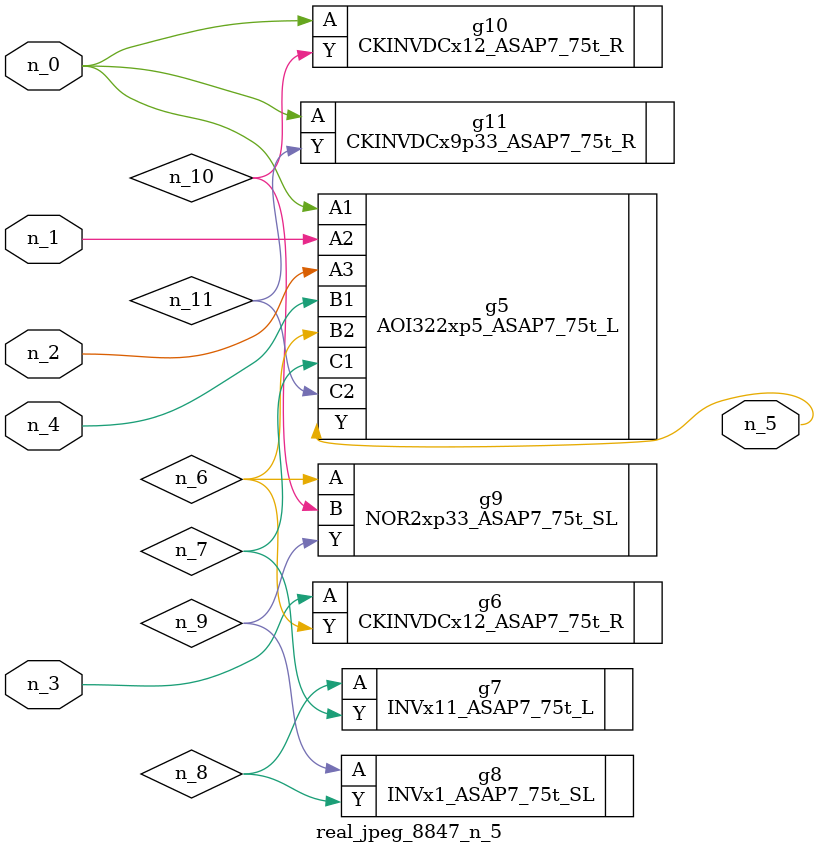
<source format=v>
module real_jpeg_8847_n_5 (n_4, n_0, n_1, n_2, n_3, n_5);

input n_4;
input n_0;
input n_1;
input n_2;
input n_3;

output n_5;

wire n_8;
wire n_11;
wire n_6;
wire n_7;
wire n_10;
wire n_9;

AOI322xp5_ASAP7_75t_L g5 ( 
.A1(n_0),
.A2(n_1),
.A3(n_2),
.B1(n_4),
.B2(n_6),
.C1(n_7),
.C2(n_11),
.Y(n_5)
);

CKINVDCx12_ASAP7_75t_R g10 ( 
.A(n_0),
.Y(n_10)
);

CKINVDCx9p33_ASAP7_75t_R g11 ( 
.A(n_0),
.Y(n_11)
);

CKINVDCx12_ASAP7_75t_R g6 ( 
.A(n_3),
.Y(n_6)
);

NOR2xp33_ASAP7_75t_SL g9 ( 
.A(n_6),
.B(n_10),
.Y(n_9)
);

INVx11_ASAP7_75t_L g7 ( 
.A(n_8),
.Y(n_7)
);

INVx1_ASAP7_75t_SL g8 ( 
.A(n_9),
.Y(n_8)
);


endmodule
</source>
